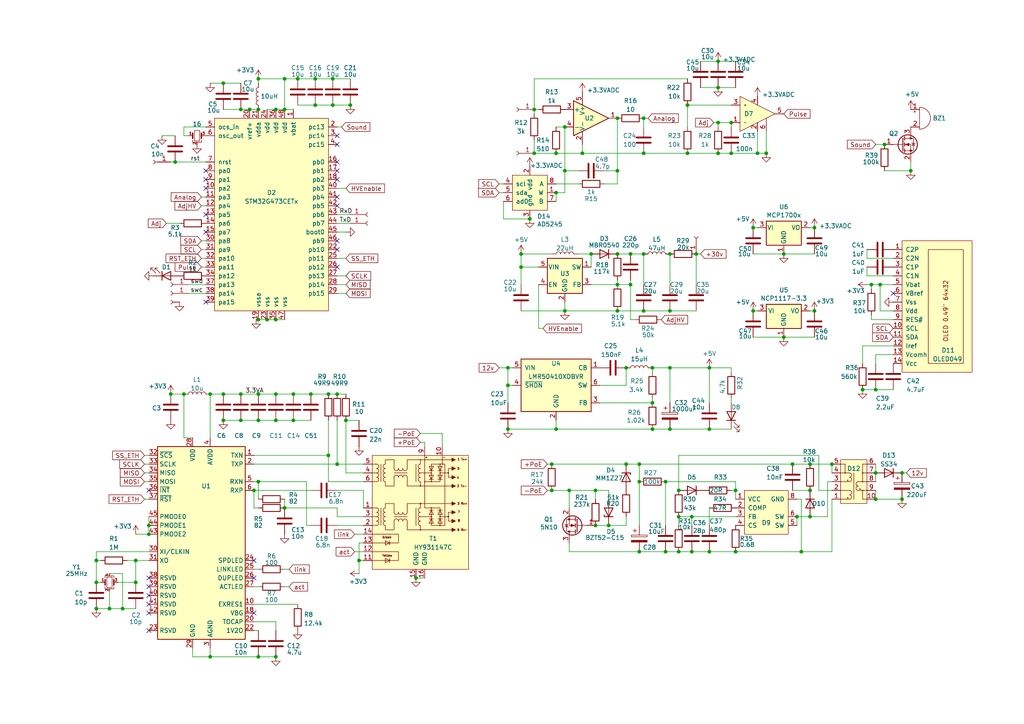
<source format=kicad_sch>
(kicad_sch (version 20250114) (generator "eeschema") (generator_version "9.0")
  (paper "A4")
  (junction (at 208.28 44.45))
  (junction (at 60.96 190.5))
  (junction (at 60.96 114.3))
  (junction (at 179.07 82.55))
  (junction (at 172.72 142.24))
  (junction (at 193.04 160.02))
  (junction (at 72.39 31.75))
  (junction (at 261.62 137.16))
  (junction (at 151.13 77.47))
  (junction (at 43.18 154.94))
  (junction (at 218.44 90.17))
  (junction (at 213.36 142.24))
  (junction (at 205.74 124.46))
  (junction (at 96.52 30.48))
  (junction (at 91.44 30.48))
  (junction (at 95.25 114.3))
  (junction (at 185.42 160.02))
  (junction (at 163.83 49.53))
  (junction (at 254 144.78))
  (junction (at 222.25 44.45))
  (junction (at 100.33 121.92))
  (junction (at 179.07 90.17))
  (junction (at 205.74 160.02))
  (junction (at 74.93 190.5))
  (junction (at 160.02 142.24))
  (junction (at 74.93 121.92))
  (junction (at 96.52 22.86))
  (junction (at 236.22 66.04))
  (junction (at 199.39 44.45))
  (junction (at 185.42 139.7))
  (junction (at 234.95 142.24))
  (junction (at 80.01 114.3))
  (junction (at 161.29 55.88))
  (junction (at 161.29 124.46))
  (junction (at 69.85 31.75))
  (junction (at 196.85 142.24))
  (junction (at 160.02 134.62))
  (junction (at 74.93 31.75))
  (junction (at 229.87 134.62))
  (junction (at 171.45 73.66))
  (junction (at 147.32 111.76))
  (junction (at 85.09 114.3))
  (junction (at 147.32 106.68))
  (junction (at 80.01 31.75))
  (junction (at 193.04 139.7))
  (junction (at 154.94 44.45))
  (junction (at 53.34 114.3))
  (junction (at 35.56 176.53))
  (junction (at 82.55 147.32))
  (junction (at 97.79 134.62))
  (junction (at 165.1 142.24))
  (junction (at 80.01 92.71))
  (junction (at 232.41 160.02))
  (junction (at 179.07 73.66))
  (junction (at 194.31 90.17))
  (junction (at 69.85 114.3))
  (junction (at 196.85 149.86))
  (junction (at 64.77 121.92))
  (junction (at 254 137.16))
  (junction (at 69.85 121.92))
  (junction (at 31.75 176.53))
  (junction (at 194.31 124.46))
  (junction (at 182.88 73.66))
  (junction (at 199.39 30.48))
  (junction (at 186.69 73.66))
  (junction (at 77.47 92.71))
  (junction (at 186.69 90.17))
  (junction (at 74.93 139.7))
  (junction (at 154.94 31.75))
  (junction (at 74.93 114.3))
  (junction (at 49.53 114.3))
  (junction (at 227.33 97.79))
  (junction (at 236.22 90.17))
  (junction (at 196.85 160.02))
  (junction (at 64.77 24.13))
  (junction (at 241.3 134.62))
  (junction (at 185.42 134.62))
  (junction (at 80.01 121.92))
  (junction (at 176.53 152.4))
  (junction (at 227.33 73.66))
  (junction (at 208.28 25.4))
  (junction (at 212.09 44.45))
  (junction (at 80.01 190.5))
  (junction (at 189.23 106.68))
  (junction (at 250.19 113.03))
  (junction (at 252.73 82.55))
  (junction (at 120.65 167.64))
  (junction (at 74.93 92.71))
  (junction (at 90.17 114.3))
  (junction (at 163.83 90.17))
  (junction (at 186.69 44.45))
  (junction (at 234.95 134.62))
  (junction (at 234.95 149.86))
  (junction (at 218.44 66.04))
  (junction (at 168.91 44.45))
  (junction (at 181.61 106.68))
  (junction (at 43.18 152.4))
  (junction (at 189.23 124.46))
  (junction (at 151.13 73.66))
  (junction (at 194.31 106.68))
  (junction (at 73.66 142.24))
  (junction (at 74.93 22.86))
  (junction (at 101.6 30.48))
  (junction (at 208.28 35.56))
  (junction (at 50.8 46.99))
  (junction (at 27.94 162.56))
  (junction (at 82.55 22.86))
  (junction (at 256.54 41.91))
  (junction (at 86.36 22.86))
  (junction (at 85.09 121.92))
  (junction (at 153.67 63.5))
  (junction (at 205.74 106.68))
  (junction (at 161.29 44.45))
  (junction (at 104.14 162.56))
  (junction (at 231.14 149.86))
  (junction (at 95.25 132.08))
  (junction (at 163.83 36.83))
  (junction (at 200.66 160.02))
  (junction (at 181.61 134.62))
  (junction (at 219.71 44.45))
  (junction (at 212.09 35.56))
  (junction (at 91.44 22.86))
  (junction (at 194.31 73.66))
  (junction (at 255.27 82.55))
  (junction (at 261.62 144.78))
  (junction (at 182.88 82.55))
  (junction (at 82.55 31.75))
  (junction (at 186.69 34.29))
  (junction (at 200.66 149.86))
  (junction (at 179.07 34.29))
  (junction (at 201.93 73.66))
  (junction (at 27.94 176.53))
  (junction (at 39.37 162.56))
  (junction (at 213.36 160.02))
  (junction (at 179.07 49.53))
  (junction (at 264.16 49.53))
  (junction (at 27.94 168.91))
  (junction (at 172.72 152.4))
  (junction (at 189.23 116.84))
  (junction (at 97.79 114.3))
  (junction (at 254 113.03))
  (junction (at 147.32 124.46))
  (junction (at 208.28 17.78))
  (junction (at 64.77 114.3))
  (junction (at 39.37 168.91))
  (no_connect (at 97.79 59.69))
  (no_connect (at 59.69 87.63))
  (no_connect (at 59.69 54.61))
  (no_connect (at 43.18 172.72))
  (no_connect (at 73.66 177.8))
  (no_connect (at 97.79 46.99))
  (no_connect (at 73.66 162.56))
  (no_connect (at 43.18 142.24))
  (no_connect (at 97.79 69.85))
  (no_connect (at 43.18 182.88))
  (no_connect (at 259.08 85.09))
  (no_connect (at 73.66 167.64))
  (no_connect (at 59.69 62.23))
  (no_connect (at 97.79 41.91))
  (no_connect (at 43.18 177.8))
  (no_connect (at 59.69 49.53))
  (no_connect (at 97.79 57.15))
  (no_connect (at 59.69 67.31))
  (no_connect (at 43.18 175.26))
  (no_connect (at 97.79 72.39))
  (no_connect (at 43.18 167.64))
  (no_connect (at 43.18 170.18))
  (no_connect (at 59.69 52.07))
  (no_connect (at 97.79 52.07))
  (no_connect (at 97.79 49.53))
  (no_connect (at 97.79 39.37))
  (no_connect (at 97.79 77.47))
  (wire (pts (xy 95.25 114.3) (xy 97.79 114.3)))
  (wire (pts (xy 73.66 180.34) (xy 80.01 180.34)))
  (wire (pts (xy 73.66 132.08) (xy 95.25 132.08)))
  (wire (pts (xy 97.79 152.4) (xy 105.41 152.4)))
  (wire (pts (xy 97.79 80.01) (xy 100.33 80.01)))
  (wire (pts (xy 60.96 24.13) (xy 64.77 24.13)))
  (wire (pts (xy 196.85 160.02) (xy 200.66 160.02)))
  (wire (pts (xy 252.73 82.55) (xy 252.73 83.82)))
  (wire (pts (xy 222.25 44.45) (xy 219.71 44.45)))
  (wire (pts (xy 147.32 124.46) (xy 161.29 124.46)))
  (wire (pts (xy 64.77 114.3) (xy 69.85 114.3)))
  (wire (pts (xy 147.32 111.76) (xy 148.59 111.76)))
  (wire (pts (xy 264.16 49.53) (xy 264.16 46.99)))
  (wire (pts (xy 82.55 31.75) (xy 85.09 31.75)))
  (wire (pts (xy 241.3 144.78) (xy 241.3 160.02)))
  (wire (pts (xy 31.75 176.53) (xy 35.56 176.53)))
  (wire (pts (xy 97.79 67.31) (xy 100.33 67.31)))
  (wire (pts (xy 69.85 114.3) (xy 74.93 114.3)))
  (wire (pts (xy 213.36 160.02) (xy 232.41 160.02)))
  (wire (pts (xy 194.31 106.68) (xy 205.74 106.68)))
  (wire (pts (xy 105.41 139.7) (xy 95.25 139.7)))
  (wire (pts (xy 60.96 187.96) (xy 60.96 190.5)))
  (wire (pts (xy 179.07 82.55) (xy 171.45 82.55)))
  (wire (pts (xy 212.09 142.24) (xy 213.36 142.24)))
  (wire (pts (xy 179.07 73.66) (xy 182.88 73.66)))
  (wire (pts (xy 100.33 121.92) (xy 104.14 121.92)))
  (wire (pts (xy 46.99 39.37) (xy 50.8 39.37)))
  (wire (pts (xy 254 102.87) (xy 254 105.41)))
  (wire (pts (xy 73.66 175.26) (xy 86.36 175.26)))
  (wire (pts (xy 205.74 124.46) (xy 212.09 124.46)))
  (wire (pts (xy 73.66 134.62) (xy 97.79 134.62)))
  (wire (pts (xy 123.19 129.54) (xy 123.19 128.27)))
  (wire (pts (xy 96.52 30.48) (xy 101.6 30.48)))
  (wire (pts (xy 58.42 59.69) (xy 59.69 59.69)))
  (wire (pts (xy 163.83 87.63) (xy 163.83 90.17)))
  (wire (pts (xy 86.36 30.48) (xy 91.44 30.48)))
  (wire (pts (xy 41.91 144.78) (xy 43.18 144.78)))
  (wire (pts (xy 205.74 147.32) (xy 205.74 152.4)))
  (wire (pts (xy 171.45 73.66) (xy 167.64 73.66)))
  (wire (pts (xy 255.27 90.17) (xy 259.08 90.17)))
  (wire (pts (xy 73.66 182.88) (xy 74.93 182.88)))
  (wire (pts (xy 163.83 49.53) (xy 167.64 49.53)))
  (wire (pts (xy 80.01 190.5) (xy 74.93 190.5)))
  (wire (pts (xy 97.79 54.61) (xy 100.33 54.61)))
  (wire (pts (xy 172.72 144.78) (xy 172.72 142.24)))
  (wire (pts (xy 156.21 95.25) (xy 157.48 95.25)))
  (wire (pts (xy 181.61 111.76) (xy 181.61 106.68)))
  (wire (pts (xy 27.94 160.02) (xy 43.18 160.02)))
  (wire (pts (xy 186.69 44.45) (xy 199.39 44.45)))
  (wire (pts (xy 218.44 73.66) (xy 227.33 73.66)))
  (wire (pts (xy 64.77 31.75) (xy 69.85 31.75)))
  (wire (pts (xy 158.75 134.62) (xy 160.02 134.62)))
  (wire (pts (xy 250.19 100.33) (xy 250.19 105.41)))
  (wire (pts (xy 229.87 142.24) (xy 234.95 142.24)))
  (wire (pts (xy 163.83 55.88) (xy 161.29 55.88)))
  (wire (pts (xy 199.39 44.45) (xy 208.28 44.45)))
  (wire (pts (xy 49.53 46.99) (xy 50.8 46.99)))
  (wire (pts (xy 41.91 134.62) (xy 43.18 134.62)))
  (wire (pts (xy 31.75 166.37) (xy 35.56 166.37)))
  (wire (pts (xy 82.55 22.86) (xy 86.36 22.86)))
  (wire (pts (xy 55.88 190.5) (xy 55.88 187.96)))
  (wire (pts (xy 59.69 36.83) (xy 53.34 36.83)))
  (wire (pts (xy 208.28 17.78) (xy 213.36 17.78)))
  (wire (pts (xy 240.03 139.7) (xy 240.03 149.86)))
  (wire (pts (xy 208.28 35.56) (xy 212.09 35.56)))
  (wire (pts (xy 218.44 97.79) (xy 227.33 97.79)))
  (wire (pts (xy 77.47 31.75) (xy 80.01 31.75)))
  (wire (pts (xy 252.73 82.55) (xy 255.27 82.55)))
  (wire (pts (xy 85.09 121.92) (xy 90.17 121.92)))
  (wire (pts (xy 82.55 144.78) (xy 82.55 147.32)))
  (wire (pts (xy 74.93 139.7) (xy 88.9 139.7)))
  (wire (pts (xy 27.94 160.02) (xy 27.94 162.56)))
  (wire (pts (xy 261.62 137.16) (xy 262.89 137.16)))
  (wire (pts (xy 254 142.24) (xy 254 144.78)))
  (wire (pts (xy 151.13 90.17) (xy 163.83 90.17)))
  (wire (pts (xy 27.94 162.56) (xy 27.94 168.91)))
  (wire (pts (xy 120.65 167.64) (xy 123.19 167.64)))
  (wire (pts (xy 73.66 139.7) (xy 74.93 139.7)))
  (wire (pts (xy 251.46 74.93) (xy 251.46 72.39)))
  (wire (pts (xy 185.42 134.62) (xy 229.87 134.62)))
  (wire (pts (xy 151.13 77.47) (xy 156.21 77.47)))
  (wire (pts (xy 58.42 69.85) (xy 59.69 69.85)))
  (wire (pts (xy 161.29 121.92) (xy 161.29 124.46)))
  (wire (pts (xy 82.55 22.86) (xy 82.55 31.75)))
  (wire (pts (xy 182.88 73.66) (xy 186.69 73.66)))
  (wire (pts (xy 104.14 162.56) (xy 105.41 162.56)))
  (wire (pts (xy 254 41.91) (xy 256.54 41.91)))
  (wire (pts (xy 90.17 114.3) (xy 95.25 114.3)))
  (wire (pts (xy 97.79 121.92) (xy 97.79 134.62)))
  (wire (pts (xy 97.79 149.86) (xy 97.79 147.32)))
  (wire (pts (xy 58.42 74.93) (xy 59.69 74.93)))
  (wire (pts (xy 194.31 90.17) (xy 201.93 90.17)))
  (wire (pts (xy 72.39 31.75) (xy 74.93 31.75)))
  (wire (pts (xy 31.75 171.45) (xy 31.75 176.53)))
  (wire (pts (xy 80.01 121.92) (xy 85.09 121.92)))
  (wire (pts (xy 49.53 114.3) (xy 53.34 114.3)))
  (wire (pts (xy 254 113.03) (xy 259.08 113.03)))
  (wire (pts (xy 147.32 106.68) (xy 148.59 106.68)))
  (wire (pts (xy 74.93 114.3) (xy 80.01 114.3)))
  (wire (pts (xy 222.25 38.1) (xy 222.25 44.45)))
  (wire (pts (xy 163.83 36.83) (xy 163.83 49.53)))
  (wire (pts (xy 160.02 134.62) (xy 181.61 134.62)))
  (wire (pts (xy 39.37 162.56) (xy 39.37 168.91)))
  (wire (pts (xy 219.71 38.1) (xy 219.71 44.45)))
  (wire (pts (xy 64.77 121.92) (xy 69.85 121.92)))
  (wire (pts (xy 154.94 44.45) (xy 161.29 44.45)))
  (wire (pts (xy 97.79 114.3) (xy 100.33 114.3)))
  (wire (pts (xy 128.27 125.73) (xy 128.27 129.54)))
  (wire (pts (xy 199.39 30.48) (xy 212.09 30.48)))
  (wire (pts (xy 189.23 116.84) (xy 189.23 115.57)))
  (wire (pts (xy 121.92 125.73) (xy 128.27 125.73)))
  (wire (pts (xy 196.85 152.4) (xy 196.85 149.86)))
  (wire (pts (xy 179.07 49.53) (xy 179.07 34.29)))
  (wire (pts (xy 218.44 90.17) (xy 219.71 90.17)))
  (wire (pts (xy 232.41 160.02) (xy 241.3 160.02)))
  (wire (pts (xy 146.05 63.5) (xy 153.67 63.5)))
  (wire (pts (xy 73.66 170.18) (xy 74.93 170.18)))
  (wire (pts (xy 80.01 31.75) (xy 82.55 31.75)))
  (wire (pts (xy 100.33 137.16) (xy 105.41 137.16)))
  (wire (pts (xy 74.93 92.71) (xy 77.47 92.71)))
  (wire (pts (xy 35.56 166.37) (xy 35.56 176.53)))
  (wire (pts (xy 173.99 111.76) (xy 181.61 111.76)))
  (wire (pts (xy 151.13 77.47) (xy 151.13 73.66)))
  (wire (pts (xy 168.91 44.45) (xy 186.69 44.45)))
  (wire (pts (xy 193.04 160.02) (xy 196.85 160.02)))
  (wire (pts (xy 97.79 134.62) (xy 105.41 134.62)))
  (wire (pts (xy 196.85 149.86) (xy 200.66 149.86)))
  (wire (pts (xy 74.295 92.71) (xy 74.93 92.71)))
  (wire (pts (xy 250.19 113.03) (xy 254 113.03)))
  (wire (pts (xy 205.74 106.68) (xy 212.09 106.68)))
  (wire (pts (xy 39.37 154.94) (xy 43.18 154.94)))
  (wire (pts (xy 151.13 73.66) (xy 160.02 73.66)))
  (wire (pts (xy 154.94 31.75) (xy 154.94 33.02)))
  (wire (pts (xy 41.91 139.7) (xy 43.18 139.7)))
  (wire (pts (xy 256.54 49.53) (xy 264.16 49.53)))
  (wire (pts (xy 97.79 36.83) (xy 99.06 36.83)))
  (wire (pts (xy 82.55 147.32) (xy 97.79 147.32)))
  (wire (pts (xy 97.79 142.24) (xy 105.41 142.24)))
  (wire (pts (xy 259.08 100.33) (xy 250.19 100.33)))
  (wire (pts (xy 161.29 44.45) (xy 168.91 44.45)))
  (wire (pts (xy 73.66 165.1) (xy 74.93 165.1)))
  (wire (pts (xy 91.44 22.86) (xy 96.52 22.86)))
  (wire (pts (xy 203.2 25.4) (xy 208.28 25.4)))
  (wire (pts (xy 251.46 82.55) (xy 252.73 82.55)))
  (wire (pts (xy 77.47 92.71) (xy 80.01 92.71)))
  (wire (pts (xy 64.77 24.13) (xy 69.85 24.13)))
  (wire (pts (xy 73.66 142.24) (xy 90.17 142.24)))
  (wire (pts (xy 104.14 166.37) (xy 104.14 162.56)))
  (wire (pts (xy 161.29 55.88) (xy 161.29 58.42)))
  (wire (pts (xy 208.28 25.4) (xy 213.36 25.4)))
  (wire (pts (xy 74.93 121.92) (xy 80.01 121.92)))
  (wire (pts (xy 144.78 106.68) (xy 147.32 106.68)))
  (wire (pts (xy 73.66 147.32) (xy 73.66 142.24)))
  (wire (pts (xy 53.34 36.83) (xy 53.34 39.37)))
  (wire (pts (xy 241.3 134.62) (xy 241.3 137.16)))
  (wire (pts (xy 186.69 90.17) (xy 194.31 90.17)))
  (wire (pts (xy 100.33 121.92) (xy 100.33 137.16)))
  (wire (pts (xy 53.34 114.3) (xy 53.34 127)))
  (wire (pts (xy 88.9 152.4) (xy 90.17 152.4)))
  (wire (pts (xy 212.09 115.57) (xy 212.09 116.84)))
  (wire (pts (xy 186.69 34.29) (xy 186.69 36.83)))
  (wire (pts (xy 205.74 160.02) (xy 213.36 160.02)))
  (wire (pts (xy 227.33 97.79) (xy 236.22 97.79)))
  (wire (pts (xy 53.34 39.37) (xy 54.61 39.37)))
  (wire (pts (xy 212.09 35.56) (xy 212.09 36.83)))
  (wire (pts (xy 200.66 152.4) (xy 200.66 149.86)))
  (wire (pts (xy 50.8 46.99) (xy 59.69 46.99)))
  (wire (pts (xy 179.07 81.28) (xy 179.07 82.55)))
  (wire (pts (xy 74.93 190.5) (xy 60.96 190.5)))
  (wire (pts (xy 232.41 144.78) (xy 232.41 160.02)))
  (wire (pts (xy 105.41 142.24) (xy 105.41 147.32)))
  (wire (pts (xy 74.93 22.86) (xy 82.55 22.86)))
  (wire (pts (xy 165.1 160.02) (xy 185.42 160.02)))
  (wire (pts (xy 34.29 168.91) (xy 39.37 168.91)))
  (wire (pts (xy 154.94 22.86) (xy 199.39 22.86)))
  (wire (pts (xy 182.88 92.71) (xy 182.88 82.55)))
  (wire (pts (xy 231.14 144.78) (xy 232.41 144.78)))
  (wire (pts (xy 255.27 82.55) (xy 255.27 90.17)))
  (wire (pts (xy 58.42 57.15) (xy 59.69 57.15)))
  (wire (pts (xy 74.93 24.13) (xy 74.93 22.86)))
  (wire (pts (xy 213.36 139.7) (xy 213.36 142.24)))
  (wire (pts (xy 189.23 106.68) (xy 194.31 106.68)))
  (wire (pts (xy 41.91 132.08) (xy 43.18 132.08)))
  (wire (pts (xy 176.53 142.24) (xy 172.72 142.24)))
  (wire (pts (xy 95.25 139.7) (xy 95.25 132.08)))
  (wire (pts (xy 97.79 74.93) (xy 100.33 74.93)))
  (wire (pts (xy 175.26 49.53) (xy 179.07 49.53)))
  (wire (pts (xy 229.87 134.62) (xy 234.95 134.62)))
  (wire (pts (xy 252.73 91.44) (xy 252.73 92.71)))
  (wire (pts (xy 196.85 132.08) (xy 237.49 132.08)))
  (wire (pts (xy 82.55 170.18) (xy 83.82 170.18)))
  (wire (pts (xy 252.73 92.71) (xy 259.08 92.71)))
  (wire (pts (xy 60.96 190.5) (xy 55.88 190.5)))
  (wire (pts (xy 80.01 92.71) (xy 82.55 92.71)))
  (wire (pts (xy 97.79 62.23) (xy 101.6 62.23)))
  (wire (pts (xy 184.15 92.71) (xy 182.88 92.71)))
  (wire (pts (xy 213.36 142.24) (xy 213.36 144.78)))
  (wire (pts (xy 208.28 44.45) (xy 212.09 44.45)))
  (wire (pts (xy 237.49 142.24) (xy 241.3 142.24)))
  (wire (pts (xy 201.93 73.66) (xy 203.2 73.66)))
  (wire (pts (xy 97.79 64.77) (xy 101.6 64.77)))
  (wire (pts (xy 201.93 82.55) (xy 201.93 73.66)))
  (wire (pts (xy 168.91 41.91) (xy 168.91 44.45)))
  (wire (pts (xy 194.31 124.46) (xy 189.23 124.46)))
  (wire (pts (xy 212.09 107.95) (xy 212.09 106.68)))
  (wire (pts (xy 165.1 147.32) (xy 165.1 142.24)))
  (wire (pts (xy 176.53 144.78) (xy 176.53 142.24)))
  (wire (pts (xy 186.69 73.66) (xy 186.69 82.55)))
  (wire (pts (xy 96.52 22.86) (xy 101.6 22.86)))
  (wire (pts (xy 95.25 121.92) (xy 95.25 132.08)))
  (wire (pts (xy 193.04 139.7) (xy 213.36 139.7)))
  (wire (pts (xy 158.75 142.24) (xy 160.02 142.24)))
  (wire (pts (xy 234.95 149.86) (xy 240.03 149.86)))
  (wire (pts (xy 234.95 134.62) (xy 241.3 134.62)))
  (wire (pts (xy 146.05 58.42) (xy 146.05 63.5)))
  (wire (pts (xy 179.07 90.17) (xy 186.69 90.17)))
  (wire (pts (xy 147.32 116.84) (xy 147.32 111.76)))
  (wire (pts (xy 196.85 132.08) (xy 196.85 142.24)))
  (wire (pts (xy 237.49 132.08) (xy 237.49 142.24)))
  (wire (pts (xy 171.45 77.47) (xy 171.45 73.66)))
  (wire (pts (xy 194.31 106.68) (xy 194.31 116.84)))
  (wire (pts (xy 165.1 142.24) (xy 160.02 142.24)))
  (wire (pts (xy 193.04 139.7) (xy 193.04 152.4)))
  (wire (pts (xy 43.18 149.86) (xy 43.18 152.4)))
  (wire (pts (xy 231.14 149.86) (xy 234.95 149.86)))
  (wire (pts (xy 161.29 124.46) (xy 189.23 124.46)))
  (wire (pts (xy 144.78 53.34) (xy 146.05 53.34)))
  (wire (pts (xy 104.14 157.48) (xy 104.14 162.56)))
  (wire (pts (xy 85.09 114.3) (xy 90.17 114.3)))
  (wire (pts (xy 199.39 36.83) (xy 199.39 30.48)))
  (wire (pts (xy 54.61 85.09) (xy 59.69 85.09)))
  (wire (pts (xy 218.44 66.04) (xy 219.71 66.04)))
  (wire (pts (xy 123.19 128.27) (xy 121.92 128.27)))
  (wire (pts (xy 173.99 116.84) (xy 189.23 116.84)))
  (wire (pts (xy 186.69 34.29) (xy 187.96 34.29)))
  (wire (pts (xy 60.96 114.3) (xy 64.77 114.3)))
  (wire (pts (xy 207.01 35.56) (xy 208.28 35.56)))
  (wire (pts (xy 58.42 77.47) (xy 59.69 77.47)))
  (wire (pts (xy 259.08 102.87) (xy 254 102.87)))
  (wire (pts (xy 105.41 157.48) (xy 104.14 157.48)))
  (wire (pts (xy 151.13 77.47) (xy 151.13 82.55)))
  (wire (pts (xy 48.26 64.77) (xy 52.07 64.77)))
  (wire (pts (xy 27.94 168.91) (xy 29.21 168.91)))
  (wire (pts (xy 161.29 53.34) (xy 167.64 53.34)))
  (wire (pts (xy 200.66 160.02) (xy 205.74 160.02)))
  (wire (pts (xy 102.87 154.94) (xy 105.41 154.94)))
  (wire (pts (xy 205.74 106.68) (xy 205.74 116.84)))
  (wire (pts (xy 259.08 82.55) (xy 255.27 82.55)))
  (wire (pts (xy 27.94 162.56) (xy 29.21 162.56)))
  (wire (pts (xy 254 134.62) (xy 254 137.16)))
  (wire (pts (xy 74.93 147.32) (xy 73.66 147.32)))
  (wire (pts (xy 227.33 73.66) (xy 236.22 73.66)))
  (wire (pts (xy 27.94 176.53) (xy 31.75 176.53)))
  (wire (pts (xy 185.42 139.7) (xy 185.42 134.62)))
  (wire (pts (xy 163.83 90.17) (xy 179.07 90.17)))
  (wire (pts (xy 80.01 114.3) (xy 85.09 114.3)))
  (wire (pts (xy 39.37 162.56) (xy 43.18 162.56)))
  (wire (pts (xy 154.94 40.64) (xy 154.94 44.45)))
  (wire (pts (xy 165.1 157.48) (xy 165.1 160.02)))
  (wire (pts (xy 69.85 121.92) (xy 74.93 121.92)))
  (wire (pts (xy 144.78 55.88) (xy 146.05 55.88)))
  (wire (pts (xy 54.61 82.55) (xy 59.69 82.55)))
  (wire (pts (xy 58.42 72.39) (xy 59.69 72.39)))
  (wire (pts (xy 203.2 17.78) (xy 208.28 17.78)))
  (wire (pts (xy 172.72 142.24) (xy 165.1 142.24)))
  (wire (pts (xy 80.01 180.34) (xy 80.01 182.88)))
  (wire (pts (xy 60.96 114.3) (xy 60.96 127)))
  (wire (pts (xy 254 137.16) (xy 254 139.7)))
  (wire (pts (xy 163.83 49.53) (xy 163.83 55.88)))
  (wire (pts (xy 154.94 22.86) (xy 154.94 31.75)))
  (wire (pts (xy 194.31 124.46) (xy 205.74 124.46)))
  (wire (pts (xy 86.36 22.86) (xy 91.44 22.86)))
  (wire (pts (xy 172.72 152.4) (xy 176.53 152.4)))
  (wire (pts (xy 185.42 152.4) (xy 185.42 139.7)))
  (wire (pts (xy 251.46 80.01) (xy 251.46 77.47)))
  (wire (pts (xy 156.21 82.55) (xy 156.21 95.25)))
  (wire (pts (xy 82.55 165.1) (xy 83.82 165.1)))
  (wire (pts (xy 36.83 162.56) (xy 39.37 162.56)))
  (wire (pts (xy 154.94 31.75) (xy 156.21 31.75)))
  (wire (pts (xy 254 144.78) (xy 261.62 144.78)))
  (wire (pts (xy 231.14 149.86) (xy 231.14 152.4)))
  (wire (pts (xy 97.79 85.09) (xy 100.33 85.09)))
  (wire (pts (xy 179.07 53.34) (xy 179.07 49.53)))
  (wire (pts (xy 259.08 74.93) (xy 251.46 74.93)))
  (wire (pts (xy 182.88 81.28) (xy 182.88 82.55)))
  (wire (pts (xy 185.42 160.02) (xy 193.04 160.02)))
  (wire (pts (xy 200.66 149.86) (xy 213.36 149.86)))
  (wire (pts (xy 234.95 66.04) (xy 236.22 66.04)))
  (wire (pts (xy 69.85 31.75) (xy 72.39 31.75)))
  (wire (pts (xy 74.93 139.7) (xy 74.93 144.78)))
  (wire (pts (xy 240.03 139.7) (xy 241.3 139.7)))
  (wire (pts (xy 194.31 73.66) (xy 194.31 82.55)))
  (wire (pts (xy 55.88 127) (xy 53.34 127)))
  (wire (pts (xy 259.08 80.01) (xy 251.46 80.01)))
  (wire (pts (xy 147.32 111.76) (xy 147.32 106.68)))
  (wire (pts (xy 97.79 82.55) (xy 100.33 82.55)))
  (wire (pts (xy 181.61 134.62) (xy 185.42 134.62)))
  (wire (pts (xy 234.95 90.17) (xy 236.22 90.17)))
  (wire (pts (xy 175.26 53.34) (xy 179.07 53.34)))
  (wire (pts (xy 105.41 149.86) (xy 97.79 149.86)))
  (wire (pts (xy 181.61 149.86) (xy 181.61 152.4)))
  (wire (pts (xy 88.9 152.4) (xy 88.9 139.7)))
  (wire (pts (xy 102.87 160.02) (xy 105.41 160.02)))
  (wire (pts (xy 208.28 35.56) (xy 208.28 36.83)))
  (wire (pts (xy 161.29 36.83) (xy 163.83 36.83)))
  (wire (pts (xy 91.44 30.48) (xy 96.52 30.48)))
  (wire (pts (xy 35.56 176.53) (xy 39.37 176.53)))
  (wire (pts (xy 212.09 44.45) (xy 219.71 44.45)))
  (wire (pts (xy 189.23 106.68) (xy 189.23 107.95)))
  (wire (pts (xy 43.18 152.4) (xy 43.18 154.94)))
  (wire (pts (xy 181.61 152.4) (xy 176.53 152.4)))
  (wire (pts (xy 41.91 137.16) (xy 43.18 137.16)))
  (wire (pts (xy 182.88 82.55) (xy 179.07 82.55)))
  (label "RxD" (at 98.425 62.23 0))
  (label "3.3VA" (at 71.12 114.3 0))
  (label "TxD" (at 98.425 64.77 0))
  (label "rst" (at 55.245 46.99 0))
  (label "swc" (at 55.245 85.09 0))
  (label "swd" (at 55.245 82.55 0))
  (global_label "Adj" (shape input) (at 207.01 35.56 180) (property "Intersheetrefs" "${INTERSHEET_REFS}" (effects (hide yes))))
  (global_label "SDA" (shape input) (at 144.78 55.88 180) (property "Intersheetrefs" "${INTERSHEET_REFS}" (effects (hide yes))))
  (global_label "Adj" (shape input) (at 48.26 64.77 180) (property "Intersheetrefs" "${INTERSHEET_REFS}" (effects (hide yes))))
  (global_label "RST_ETH" (shape input) (at 58.42 74.93 180) (property "Intersheetrefs" "${INTERSHEET_REFS}" (effects (hide yes))))
  (global_label "Sound" (shape input) (at 254 41.91 180) (property "Intersheetrefs" "${INTERSHEET_REFS}" (effects (hide yes))))
  (global_label "MOSI" (shape input) (at 100.33 85.09 0) (property "Intersheetrefs" "${INTERSHEET_REFS}" (effects (hide yes))))
  (global_label "HVEnable" (shape input) (at 157.48 95.25 0) (property "Intersheetrefs" "${INTERSHEET_REFS}" (effects (hide yes))))
  (global_label "RST_ETH" (shape input) (at 41.91 144.78 180) (property "Intersheetrefs" "${INTERSHEET_REFS}" (effects (hide yes))))
  (global_label "SS_ETH" (shape input) (at 41.91 132.08 180) (property "Intersheetrefs" "${INTERSHEET_REFS}" (effects (hide yes))))
  (global_label "act" (shape input) (at 102.87 160.02 180) (property "Intersheetrefs" "${INTERSHEET_REFS}" (effects (hide yes))))
  (global_label "SCL" (shape input) (at 144.78 53.34 180) (property "Intersheetrefs" "${INTERSHEET_REFS}" (effects (hide yes))))
  (global_label "-PoE" (shape input) (at 158.75 142.24 180) (property "Intersheetrefs" "${INTERSHEET_REFS}" (effects (hide yes))))
  (global_label "MISO" (shape input) (at 41.91 137.16 180) (property "Intersheetrefs" "${INTERSHEET_REFS}" (effects (hide yes))))
  (global_label "SCL" (shape input) (at 259.08 95.25 180) (property "Intersheetrefs" "${INTERSHEET_REFS}" (effects (hide yes))))
  (global_label "SS_ETH" (shape input) (at 100.33 74.93 0) (property "Intersheetrefs" "${INTERSHEET_REFS}" (effects (hide yes))))
  (global_label "Pulse" (shape input) (at 58.42 77.47 180) (property "Intersheetrefs" "${INTERSHEET_REFS}" (effects (hide yes))))
  (global_label "AdjHV" (shape input) (at 58.42 59.69 180) (property "Intersheetrefs" "${INTERSHEET_REFS}" (effects (hide yes))))
  (global_label "MOSI" (shape input) (at 41.91 139.7 180) (property "Intersheetrefs" "${INTERSHEET_REFS}" (effects (hide yes))))
  (global_label "act" (shape input) (at 83.82 170.18 0) (property "Intersheetrefs" "${INTERSHEET_REFS}" (effects (hide yes))))
  (global_label "SDA" (shape input) (at 259.08 97.79 180) (property "Intersheetrefs" "${INTERSHEET_REFS}" (effects (hide yes))))
  (global_label "Analog" (shape input) (at 58.42 57.15 180) (property "Intersheetrefs" "${INTERSHEET_REFS}" (effects (hide yes))))
  (global_label "12v" (shape input) (at 262.89 137.16 0) (property "Intersheetrefs" "${INTERSHEET_REFS}" (effects (hide yes))))
  (global_label "-PoE" (shape input) (at 121.92 125.73 180) (property "Intersheetrefs" "${INTERSHEET_REFS}" (effects (hide yes))))
  (global_label "link" (shape input) (at 83.82 165.1 0) (property "Intersheetrefs" "${INTERSHEET_REFS}" (effects (hide yes))))
  (global_label "SDA" (shape input) (at 58.42 69.85 180) (property "Intersheetrefs" "${INTERSHEET_REFS}" (effects (hide yes))))
  (global_label "+PoE" (shape input) (at 121.92 128.27 180) (property "Intersheetrefs" "${INTERSHEET_REFS}" (effects (hide yes))))
  (global_label "12v" (shape input) (at 144.78 106.68 180) (property "Intersheetrefs" "${INTERSHEET_REFS}" (effects (hide yes))))
  (global_label "link" (shape input) (at 102.87 154.94 180) (property "Intersheetrefs" "${INTERSHEET_REFS}" (effects (hide yes))))
  (global_label "+30v" (shape input) (at 203.2 73.66 0) (property "Intersheetrefs" "${INTERSHEET_REFS}" (effects (hide yes))))
  (global_label "SCLK" (shape input) (at 41.91 134.62 180) (property "Intersheetrefs" "${INTERSHEET_REFS}" (effects (hide yes))))
  (global_label "MISO" (shape input) (at 100.33 82.55 0) (property "Intersheetrefs" "${INTERSHEET_REFS}" (effects (hide yes))))
  (global_label "Analog" (shape input) (at 187.96 34.29 0) (property "Intersheetrefs" "${INTERSHEET_REFS}" (effects (hide yes))))
  (global_label "AdjHV" (shape input) (at 191.77 92.71 0) (property "Intersheetrefs" "${INTERSHEET_REFS}" (effects (hide yes))))
  (global_label "Pulse" (shape input) (at 227.33 33.02 0) (property "Intersheetrefs" "${INTERSHEET_REFS}" (effects (hide yes))))
  (global_label "HVEnable" (shape input) (at 100.33 54.61 0) (property "Intersheetrefs" "${INTERSHEET_REFS}" (effects (hide yes))))
  (global_label "+PoE" (shape input) (at 158.75 134.62 180) (property "Intersheetrefs" "${INTERSHEET_REFS}" (effects (hide yes))))
  (global_label "Sound" (shape input) (at 99.06 36.83 0) (property "Intersheetrefs" "${INTERSHEET_REFS}" (effects (hide yes))))
  (global_label "SCL" (shape input) (at 58.42 72.39 180) (property "Intersheetrefs" "${INTERSHEET_REFS}" (effects (hide yes))))
  (global_label "SCLK" (shape input) (at 100.33 80.01 0) (property "Intersheetrefs" "${INTERSHEET_REFS}" (effects (hide yes))))
  (symbol (lib_id "Device:Q_NMOS_GSD") (at 167.64 152.4 180) (unit 1)
    (property "Reference" "Q1" (at 160.528 150.622 0) (effects (justify left)))
    (property "Value" "5N10" (at 161.798 152.908 0) (effects (justify left)))
    (property "Footprint" "Package_TO_SOT_SMD:SOT-23" (effects (hide yes)))
  )
  (symbol (lib_id "Device:R") (at 181.61 146.05 180) (unit 1)
    (property "Reference" "R20" (at 175.768 146.05 0) (effects (justify right)))
    (property "Value" "51k" (at 176.022 144.272 0) (effects (justify right)))
    (property "Footprint" "Resistor_SMD:R_0603_1608Metric" (effects (hide yes)))
  )
  (symbol (lib_id "Device:R") (at 172.72 148.59 0) (unit 1)
    (property "Reference" "R21" (at 170.688 144.272 0) (effects (justify right)))
    (property "Value" "237k" (at 171.196 146.304 0) (effects (justify right)))
    (property "Footprint" "Resistor_SMD:R_0603_1608Metric" (effects (hide yes)))
  )
  (symbol (lib_id "Device:R") (at 160.02 138.43 0) (unit 1)
    (property "Reference" "R17" (at 157.734 137.668 0) (effects (justify right)))
    (property "Value" "24k" (at 157.734 139.7 0) (effects (justify right)))
    (property "Footprint" "Resistor_SMD:R_0603_1608Metric" (effects (hide yes)))
  )
  (symbol (lib_id "Device:D_Zener") (at 181.61 138.43 270) (unit 1)
    (property "Reference" "D4" (at 175.768 136.398 90) (effects (justify left)))
    (property "Value" "MM1Z27" (at 172.72 138.684 90) (effects (justify left)))
    (property "Footprint" "Diode_SMD:D_SOD-123" (effects (hide yes)))
  )
  (symbol (lib_id "Device:D_Zener") (at 176.53 148.59 90) (unit 1)
    (property "Reference" "D5" (at 178.562 154.178 90) (effects (justify left)))
    (property "Value" "BZT52-C15" (at 181.102 155.956 90) (effects (justify left)))
    (property "Footprint" "Diode_SMD:D_SOD-123" (effects (hide yes)))
  )
  (symbol (lib_id "Device:CP") (at 185.42 156.21 0) (unit 1)
    (property "Reference" "C28" (at 186.436 158.75 0) (effects (justify left)))
    (property "Value" "22uF/63v" (effects (hide yes)))
    (property "Footprint" "Capacitor_SMD:CP_Elec_6.3x7.7" (effects (hide yes)))
  )
  (symbol (lib_id "Device:R") (at 212.09 111.76 180) (unit 1)
    (property "Reference" "R32" (at 214.63 113.03 90) (effects (justify right)))
    (property "Value" "4.7k" (at 209.55 114.3 90) (effects (justify right)))
    (property "Footprint" "Resistor_SMD:R_0603_1608Metric" (effects (hide yes)))
  )
  (symbol (lib_id "Device:LED") (at 212.09 120.65 90) (unit 1)
    (property "Reference" "D8" (at 212.09 118.11 90) (effects (justify right)))
    (property "Value" "LED" (effects (hide yes)))
    (property "Footprint" "LED_SMD:LED_0603_1608Metric" (effects (hide yes)))
  )
  (symbol (lib_id "Device:C") (at 200.66 156.21 0) (unit 1)
    (property "Reference" "C36" (at 200.914 151.638 0) (effects (justify left)))
    (property "Value" "28p" (at 200.914 153.924 0) (effects (justify left)))
    (property "Footprint" "Capacitor_SMD:C_0603_1608Metric" (effects (hide yes)))
  )
  (symbol (lib_id "Anemometr-rescue:T4932B-My_Library") (at 247.65 138.43 0) (mirror x) (unit 1)
    (property "Reference" "D12" (at 247.65 135.89 0))
    (property "Value" "?T4932B?" (effects (hide yes)))
    (property "Footprint" "lib:DA2257" (effects (hide yes)))
  )
  (symbol (lib_id "Device:CP") (at 261.62 140.97 0) (unit 1)
    (property "Reference" "C43" (at 264.16 140.97 0) (effects (justify left)))
    (property "Value" "220uF" (at 262.89 143.51 0) (effects (justify left)))
    (property "Footprint" "Capacitor_Tantalum_SMD:CP_EIA-7343-15_Kemet-W" (effects (hide yes)))
  )
  (symbol (lib_id "Anemometr-rescue:SD4932B-My_Library") (at 222.25 148.59 0) (unit 1)
    (property "Reference" "D9" (at 222.25 151.638 0))
    (property "Value" "?U6119SA?" (effects (hide yes)))
    (property "Footprint" "Package_SO:SOIC-8-N7_3.9x4.9mm_P1.27mm" (effects (hide yes)))
  )
  (symbol (lib_id "Device:R") (at 189.23 139.7 90) (unit 1)
    (property "Reference" "R27" (at 186.69 137.16 90) (effects (justify right)))
    (property "Value" "100k" (at 186.69 139.7 90) (effects (justify right)))
    (property "Footprint" "Resistor_SMD:R_0603_1608Metric" (effects (hide yes)))
  )
  (symbol (lib_id "Device:C") (at 193.04 156.21 0) (unit 1)
    (property "Reference" "C31" (at 188.214 152.4 0) (effects (justify left)))
    (property "Value" "10uF" (at 187.96 154.178 0) (effects (justify left)))
    (property "Footprint" "Capacitor_SMD:C_0805_2012Metric" (effects (hide yes)))
  )
  (symbol (lib_id "Device:D") (at 200.66 142.24 180) (unit 1)
    (property "Reference" "D6" (at 200.66 138.43 0))
    (property "Value" "F7" (effects (hide yes)))
    (property "Footprint" "Diode_SMD:D_SOD-123" (effects (hide yes)))
  )
  (symbol (lib_id "Device:R") (at 196.85 146.05 0) (unit 1)
    (property "Reference" "R30" (at 201.93 144.78 0) (effects (justify right)))
    (property "Value" "43k" (at 201.93 147.32 0) (effects (justify right)))
    (property "Footprint" "Resistor_SMD:R_0603_1608Metric" (effects (hide yes)))
  )
  (symbol (lib_id "Device:R") (at 196.85 156.21 0) (unit 1)
    (property "Reference" "R31" (at 200.66 151.13 0) (effects (justify right)))
    (property "Value" "10k" (at 200.406 152.908 0) (effects (justify right)))
    (property "Footprint" "Resistor_SMD:R_0603_1608Metric" (effects (hide yes)))
  )
  (symbol (lib_id "Device:R") (at 209.55 147.32 270) (unit 1)
    (property "Reference" "R34" (at 210.82 144.78 90) (effects (justify right)))
    (property "Value" "47R" (at 210.82 147.32 90) (effects (justify right)))
    (property "Footprint" "Resistor_SMD:R_0603_1608Metric" (effects (hide yes)))
  )
  (symbol (lib_id "Device:C") (at 205.74 156.21 0) (unit 1)
    (property "Reference" "C37" (at 205.74 151.13 0) (effects (justify left)))
    (property "Value" "480p" (at 205.74 153.67 0) (effects (justify left)))
    (property "Footprint" "Capacitor_SMD:C_0603_1608Metric" (effects (hide yes)))
  )
  (symbol (lib_id "Device:R") (at 213.36 156.21 0) (unit 1)
    (property "Reference" "R35" (at 218.44 156.21 0) (effects (justify right)))
    (property "Value" "0.68" (at 218.948 157.988 0) (effects (justify right)))
    (property "Footprint" "Resistor_SMD:R_0603_1608Metric" (effects (hide yes)))
  )
  (symbol (lib_id "Device:D") (at 234.95 146.05 270) (unit 1)
    (property "Reference" "D10" (at 237.49 146.05 90))
    (property "Value" "F7" (effects (hide yes)))
    (property "Footprint" "Diode_SMD:D_SOD-123" (effects (hide yes)))
  )
  (symbol (lib_id "Device:R") (at 234.95 138.43 0) (unit 1)
    (property "Reference" "R38" (at 236.728 131.064 0) (effects (justify right)))
    (property "Value" "10k" (at 236.474 133.35 0) (effects (justify right)))
    (property "Footprint" "Resistor_SMD:R_0603_1608Metric" (effects (hide yes)))
  )
  (symbol (lib_id "Device:C") (at 229.87 138.43 0) (unit 1)
    (property "Reference" "C38" (at 222.25 135.89 0) (effects (justify left)))
    (property "Value" "10nF" (at 222.25 138.43 0) (effects (justify left)))
    (property "Footprint" "Capacitor_SMD:C_0603_1608Metric" (effects (hide yes)))
  )
  (symbol (lib_id "Device:D") (at 257.81 137.16 180) (unit 1)
    (property "Reference" "D13" (at 257.81 132.08 0))
    (property "Value" "SS34" (at 257.81 134.62 0))
    (property "Footprint" "Diode_SMD:D_SOD-123" (effects (hide yes)))
  )
  (symbol (lib_id "Device:R") (at 208.28 142.24 90) (unit 1)
    (property "Reference" "R33" (at 207.01 138.43 90) (effects (justify right)))
    (property "Value" "20R" (at 205.74 142.24 90) (effects (justify right)))
    (property "Footprint" "Resistor_SMD:R_0603_1608Metric" (effects (hide yes)))
  )
  (symbol (lib_id "power:GND") (at 261.62 144.78 0) (unit 1)
    (property "Reference" "#PWR034" (effects (hide yes)))
    (property "Value" "GND" (effects (hide yes)))
  )
  (symbol (lib_id "power:GND") (at 147.32 124.46 0) (unit 1)
    (property "Reference" "#PWR021" (effects (hide yes)))
    (property "Value" "GND" (effects (hide yes)))
  )
  (symbol (lib_id "Device:C") (at 259.08 109.22 180) (unit 1)
    (property "Reference" "C42" (at 262.89 110.49 0) (effects (justify right)))
    (property "Value" "4.7uF" (at 262.89 113.03 0) (effects (justify right)))
    (property "Footprint" "Capacitor_SMD:C_0402_1005Metric" (effects (hide yes)))
  )
  (symbol (lib_id "power:GND") (at 250.19 113.03 0) (unit 1)
    (property "Reference" "#PWR029" (effects (hide yes)))
    (property "Value" "GND" (effects (hide yes)))
  )
  (symbol (lib_id "Device:C") (at 69.85 118.11 0) (unit 1)
    (property "Reference" "C8" (at 67.945 126.365 0) (effects (justify left)))
    (property "Value" "1u" (effects (hide yes)))
    (property "Footprint" "Capacitor_SMD:C_0603_1608Metric" (effects (hide yes)))
  )
  (symbol (lib_id "Device:C") (at 212.09 40.64 180) (unit 1)
    (property "Reference" "C33" (at 217.17 39.37 0))
    (property "Value" "100n" (at 215.9 43.18 0))
    (property "Footprint" "Capacitor_SMD:C_0603_1608Metric" (effects (hide yes)))
  )
  (symbol (lib_id "Device:C") (at 74.93 186.69 0) (unit 1)
    (property "Reference" "C10" (at 67.945 187.325 0) (effects (justify left)))
    (property "Value" "10n" (at 67.945 189.23 0) (effects (justify left)))
    (property "Footprint" "Capacitor_SMD:C_0402_1005Metric" (effects (hide yes)))
  )
  (symbol (lib_id "Device:R") (at 179.07 77.47 0) (unit 1)
    (property "Reference" "R18" (at 172.72 76.835 0) (effects (justify left)))
    (property "Value" "117k" (at 172.085 78.74 0) (effects (justify left)))
    (property "Footprint" "Resistor_SMD:R_0603_1608Metric" (effects (hide yes)))
  )
  (symbol (lib_id "My-Library:HY931147C") (at 118.11 147.32 0) (unit 1)
    (property "Reference" "T1" (at 124.46 156.21 0) (effects (justify left)))
    (property "Value" "HY931147C" (at 120.015 158.75 0) (effects (justify left)))
    (property "Footprint" "lib:HY931147C" (effects (hide yes)))
  )
  (symbol (lib_id "Device:R") (at 55.88 80.01 270) (unit 1)
    (property "Reference" "R2" (at 55.88 76.2 90))
    (property "Value" "1k" (at 55.88 78.105 90))
    (property "Footprint" "Resistor_SMD:R_0603_1608Metric" (effects (hide yes)))
  )
  (symbol (lib_id "Anemometer_200_G473-rescue:+3.3V-power") (at 251.46 82.55 90) (unit 1)
    (property "Reference" "#PWR030" (effects (hide yes)))
    (property "Value" "+3V3" (at 248.158 84.328 90))
  )
  (symbol (lib_id "power:GND") (at 208.28 25.4 0) (unit 1)
    (property "Reference" "#PWR025" (effects (hide yes)))
    (property "Value" "GND" (effects (hide yes)))
  )
  (symbol (lib_id "Device:C") (at 80.01 118.11 0) (unit 1)
    (property "Reference" "C11" (at 78.105 126.365 0) (effects (justify left)))
    (property "Value" "1u" (effects (hide yes)))
    (property "Footprint" "Capacitor_SMD:C_0603_1608Metric" (effects (hide yes)))
  )
  (symbol (lib_id "Device:C") (at 82.55 151.13 0) (unit 1)
    (property "Reference" "C13" (at 84.455 153.67 0) (effects (justify left)))
    (property "Value" "10n" (at 84.455 155.575 0) (effects (justify left)))
    (property "Footprint" "Capacitor_SMD:C_0402_1005Metric" (effects (hide yes)))
  )
  (symbol (lib_id "Device:C") (at 93.98 142.24 90) (unit 1)
    (property "Reference" "C17" (at 99.06 143.51 90) (effects (justify left)))
    (property "Value" "6.8n" (at 99.695 145.415 90) (effects (justify left)))
    (property "Footprint" "Capacitor_SMD:C_0402_1005Metric" (effects (hide yes)))
  )
  (symbol (lib_id "Anemometer_200_G473-rescue:+3.3V-power") (at 49.53 114.3 0) (unit 1)
    (property "Reference" "#PWR05" (effects (hide yes)))
    (property "Value" "+3V3" (at 45.72 112.014 0))
  )
  (symbol (lib_id "power:GND") (at 120.65 167.64 0) (unit 1)
    (property "Reference" "#PWR020" (effects (hide yes)))
    (property "Value" "GND" (effects (hide yes)))
  )
  (symbol (lib_id "Interface_Ethernet:W5500") (at 58.42 157.48 0) (unit 1)
    (property "Reference" "U1" (at 58.42 140.97 0) (effects (justify left)))
    (property "Value" "W5500" (effects (hide yes)))
    (property "Footprint" "Package_QFP:LQFP-48_7x7mm_P0.5mm" (effects (hide yes)))
    (property "Datasheet" "http://wizwiki.net/wiki/lib/exe/fetch.php/products:w5500:w5500_ds_v109e.pdf" (effects (hide yes)))
  )
  (symbol (lib_id "Device:R") (at 189.23 120.65 0) (unit 1)
    (property "Reference" "R26" (at 185.928 119.634 0) (effects (justify right)))
    (property "Value" "1.02k" (at 187.198 121.92 0) (effects (justify right)))
    (property "Footprint" "Resistor_SMD:R_0603_1608Metric" (effects (hide yes)))
  )
  (symbol (lib_id "power:GND") (at 82.55 154.94 0) (unit 1)
    (property "Reference" "#PWR014" (effects (hide yes)))
    (property "Value" "GND" (effects (hide yes)))
  )
  (symbol (lib_id "Device:C") (at 50.8 43.18 180) (unit 1)
    (property "Reference" "C4" (at 44.958 42.418 0))
    (property "Value" "10n" (at 45.72 44.704 0))
    (property "Footprint" "Capacitor_SMD:C_0603_1608Metric" (effects (hide yes)))
  )
  (symbol (lib_id "Device:R") (at 171.45 53.34 270) (unit 1)
    (property "Reference" "R15" (at 171.45 57.658 90))
    (property "Value" "1k" (at 171.45 55.626 90))
    (property "Footprint" "Resistor_SMD:R_0603_1608Metric" (effects (hide yes)))
  )
  (symbol (lib_id "power:GND") (at 64.77 121.92 0) (unit 1)
    (property "Reference" "#PWR010" (effects (hide yes)))
    (property "Value" "GND" (effects (hide yes)))
  )
  (symbol (lib_id "Device:R") (at 161.29 40.64 0) (unit 1)
    (property "Reference" "R14" (at 157.48 40.64 0))
    (property "Value" "510" (at 157.48 43.18 0))
    (property "Footprint" "Resistor_SMD:R_0603_1608Metric" (effects (hide yes)))
  )
  (symbol (lib_id "Device:C") (at 96.52 26.67 180) (unit 1)
    (property "Reference" "C19" (at 96.52 19.685 0))
    (property "Value" "10u" (at 96.52 21.59 0))
    (property "Footprint" "Capacitor_SMD:C_0603_1608Metric" (effects (hide yes)))
  )
  (symbol (lib_id "Regulator_Switching:LMR14206") (at 161.29 111.76 0) (unit 1)
    (property "Reference" "U4" (at 161.29 105.41 0))
    (property "Value" "LMR50410XDBVR" (at 161.29 109.22 0))
    (property "Footprint" "Package_TO_SOT_SMD:SOT-23-6" (effects (hide yes)))
    (property "Datasheet" "http://www.ti.com/lit/ds/symlink/lmr14206.pdf" (effects (hide yes)))
  )
  (symbol (lib_id "Device:C") (at 201.93 86.36 180) (unit 1)
    (property "Reference" "C35" (at 203.835 82.55 0))
    (property "Value" "20u" (at 203.835 84.455 0))
    (property "Footprint" "Capacitor_SMD:C_1206_3216Metric" (effects (hide yes)))
  )
  (symbol (lib_id "power:GND") (at 100.33 67.31 90) (unit 1)
    (property "Reference" "#PWR017" (effects (hide yes)))
    (property "Value" "GND" (effects (hide yes)))
  )
  (symbol (lib_id "Device:L") (at 163.83 73.66 90) (unit 1)
    (property "Reference" "L3" (at 163.83 69.4522 90))
    (property "Value" "22uH" (at 163.83 71.9891 90))
    (property "Footprint" "Inductor_SMD:L_1206_3216Metric_Pad1.42x1.75mm_HandSolder" (effects (hide yes)))
  )
  (symbol (lib_id "Device:R") (at 187.96 92.71 90) (unit 1)
    (property "Reference" "R24" (at 189.865 95.25 90) (effects (justify left)))
    (property "Value" "50k" (at 189.865 97.155 90) (effects (justify left)))
    (property "Footprint" "Resistor_SMD:R_0603_1608Metric" (effects (hide yes)))
  )
  (symbol (lib_id "Device:C") (at 147.32 120.65 0) (unit 1)
    (property "Reference" "C23" (at 142.24 114.3 0) (effects (justify left)))
    (property "Value" "10uF" (at 142.24 116.84 0) (effects (justify left)))
    (property "Footprint" "Capacitor_SMD:C_0805_2012Metric" (effects (hide yes)))
  )
  (symbol (lib_id "Device:C") (at 74.93 118.11 0) (unit 1)
    (property "Reference" "C9" (at 73.025 126.365 0) (effects (justify left)))
    (property "Value" "1u" (effects (hide yes)))
    (property "Footprint" "Capacitor_SMD:C_0603_1608Metric" (effects (hide yes)))
  )
  (symbol (lib_id "Device:R") (at 55.88 64.77 270) (unit 1)
    (property "Reference" "R3" (at 50.8 66.04 90))
    (property "Value" "5.1k" (at 50.8 67.945 90))
    (property "Footprint" "Resistor_SMD:R_0603_1608Metric" (effects (hide yes)))
  )
  (symbol (lib_id "Device:R") (at 199.39 26.67 0) (unit 1)
    (property "Reference" "R22" (at 195.326 25.4 0))
    (property "Value" "10k" (at 195.58 27.94 0))
    (property "Footprint" "Resistor_SMD:R_0603_1608Metric" (effects (hide yes)))
  )
  (symbol (lib_id "power:GND") (at 259.08 87.63 270) (unit 1)
    (property "Reference" "#PWR031" (effects (hide yes)))
    (property "Value" "GND" (effects (hide yes)))
  )
  (symbol (lib_id "Device:R") (at 97.79 118.11 0) (unit 1)
    (property "Reference" "R10" (at 96.52 109.22 0) (effects (justify left)))
    (property "Value" "49R9" (at 95.885 111.125 0) (effects (justify left)))
    (property "Footprint" "Resistor_SMD:R_0402_1005Metric" (effects (hide yes)))
  )
  (symbol (lib_id "Device:C") (at 49.53 118.11 0) (unit 1)
    (property "Reference" "C3" (at 44.069 118.364 0) (effects (justify left)))
    (property "Value" "1u" (effects (hide yes)))
    (property "Footprint" "Capacitor_SMD:C_0603_1608Metric" (effects (hide yes)))
  )
  (symbol (lib_id "Device:R") (at 86.36 179.07 0) (unit 1)
    (property "Reference" "R8" (at 88.138 178.2353 0) (effects (justify left)))
    (property "Value" "12.4k" (at 88.138 180.7722 0) (effects (justify left)))
    (property "Footprint" "Resistor_SMD:R_0402_1005Metric" (effects (hide yes)))
  )
  (symbol (lib_id "Device:C") (at 254 109.22 180) (unit 1)
    (property "Reference" "C39" (at 254 115.57 0) (effects (justify right)))
    (property "Value" "2.2uF" (at 254 118.11 0) (effects (justify right)))
    (property "Footprint" "Capacitor_SMD:C_0402_1005Metric" (effects (hide yes)))
  )
  (symbol (lib_id "Device:C") (at 93.98 152.4 90) (unit 1)
    (property "Reference" "C18" (at 95.25 156.21 90) (effects (justify left)))
    (property "Value" "6.8n" (at 95.885 158.115 90) (effects (justify left)))
    (property "Footprint" "Capacitor_SMD:C_0402_1005Metric" (effects (hide yes)))
  )
  (symbol (lib_id "Device:C") (at 177.8 106.68 90) (unit 1)
    (property "Reference" "C25" (at 179.07 100.33 90) (effects (justify left)))
    (property "Value" "150nF" (at 180.34 102.87 90) (effects (justify left)))
    (property "Footprint" "Capacitor_SMD:C_0603_1608Metric" (effects (hide yes)))
  )
  (symbol (lib_id "Device:R") (at 33.02 162.56 90) (unit 1)
    (property "Reference" "R1" (at 33.02 156.21 90))
    (property "Value" "1M" (at 33.02 158.75 90))
    (property "Footprint" "Resistor_SMD:R_0402_1005Metric" (effects (hide yes)))
  )
  (symbol (lib_id "Device:C") (at 186.69 86.36 180) (unit 1)
    (property "Reference" "C27" (at 188.595 82.55 0))
    (property "Value" "20u" (at 188.595 84.455 0))
    (property "Footprint" "Capacitor_SMD:C_1206_3216Metric" (effects (hide yes)))
  )
  (symbol (lib_id "Device:C") (at 255.27 77.47 270) (unit 1)
    (property "Reference" "C41" (at 248.92 71.12 90))
    (property "Value" "1uF" (at 248.92 78.74 90))
    (property "Footprint" "Capacitor_SMD:C_0402_1005Metric" (effects (hide yes)))
  )
  (symbol (lib_id "power:+3.3VADC") (at 153.67 48.26 0) (unit 1)
    (property "Reference" "#PWR035" (effects (hide yes)))
    (property "Value" "+3.3VADC" (at 158.496 48.006 0))
    (property "Description" "Power symbol creates a global label with name \"+3.3VADC\"" (effects (hide yes)))
  )
  (symbol (lib_id "Device:C") (at 80.01 186.69 0) (unit 1)
    (property "Reference" "C12" (at 83.185 187.325 0) (effects (justify left)))
    (property "Value" "4.7u" (at 83.185 189.23 0) (effects (justify left)))
    (property "Footprint" "Capacitor_SMD:C_0402_1005Metric" (effects (hide yes)))
  )
  (symbol (lib_id "Device:Q_NMOS_GSD") (at 261.62 41.91 0) (unit 1)
    (property "Reference" "Q2" (at 257.81 38.735 0) (effects (justify left)))
    (property "Value" "Q_NMOS_GSD" (effects (hide yes)))
    (property "Footprint" "Package_TO_SOT_SMD:SOT-23-3" (effects (hide yes)))
  )
  (symbol (lib_id "power:GND") (at 227.33 73.66 0) (unit 1)
    (property "Reference" "#PWR042" (effects (hide yes)))
    (property "Value" "GND" (effects (hide yes)))
  )
  (symbol (lib_id "My-Library:Conn") (at 49.53 87.63 180) (unit 1)
    (property "Reference" "J4" (effects (hide yes)))
    (property "Value" "Conn" (effects (hide yes)))
    (property "Footprint" "lib:ConnMini" (effects (hide yes)))
  )
  (symbol (lib_id "power:+3.3VADC") (at 168.91 26.67 0) (unit 1)
    (property "Reference" "#PWR027" (effects (hide yes)))
    (property "Value" "+3.3VADC" (at 175.006 26.162 0))
    (property "Description" "Power symbol creates a global label with name \"+3.3VADC\"" (effects (hide yes)))
  )
  (symbol (lib_id "Device:C") (at 69.85 27.94 180) (unit 1)
    (property "Reference" "C7" (at 71.882 24.13 0))
    (property "Value" "10u" (at 71.882 25.908 0))
    (property "Footprint" "Capacitor_SMD:C_0603_1608Metric" (effects (hide yes)))
  )
  (symbol (lib_id "Device:C") (at 86.36 26.67 180) (unit 1)
    (property "Reference" "C15" (at 86.36 19.685 0))
    (property "Value" "10u" (at 86.36 21.59 0))
    (property "Footprint" "Capacitor_SMD:C_0603_1608Metric" (effects (hide yes)))
  )
  (symbol (lib_id "Device:R") (at 78.74 147.32 90) (unit 1)
    (property "Reference" "R5" (at 74.93 150.495 90))
    (property "Value" "82" (at 74.93 152.4 90))
    (property "Footprint" "Resistor_SMD:R_0402_1005Metric" (effects (hide yes)))
  )
  (symbol (lib_id "Connector:Conn_01x01_Female") (at 201.93 68.58 90) (unit 1)
    (property "Reference" "J8" (effects (hide yes)))
    (property "Value" "Conn_01x01_Female" (effects (hide yes)))
    (property "Footprint" "lib:ConnMini" (effects (hide yes)))
  )
  (symbol (lib_id "Anemometer_200_G473-rescue:+3.3V-power") (at 236.22 90.17 0) (unit 1)
    (property "Reference" "#PWR026" (effects (hide yes)))
    (property "Value" "+3V3" (at 239.268 87.376 0))
  )
  (symbol (lib_id "Device:Buzzer") (at 266.7 34.29 0) (unit 1)
    (property "Reference" "BZ1" (at 270.51 34.29 0) (effects (justify left)))
    (property "Value" "Buzzer" (effects (hide yes)))
    (property "Footprint" "Buzzer_Beeper:Buzzer_12x9.5RM7.6" (effects (hide yes)))
  )
  (symbol (lib_id "Anemometer_200_G473-rescue:STM32G473CBTx-My_Library-Anemometer_200_G473-rescue-Anemometer_200_G473-rescue-Anemometer_200_G473-rescue-Anemometer_200_G473-rescue") (at 80.01 62.23 0) (unit 1)
    (property "Reference" "D2" (at 78.74 55.88 0))
    (property "Value" "STM32G473CETx" (at 78.74 58.42 0))
    (property "Footprint" "Package_QFP:LQFP-48_7x7mm_P0.5mm" (effects (hide yes)))
  )
  (symbol (lib_id "Device:R") (at 78.74 170.18 90) (unit 1)
    (property "Reference" "R7" (at 78.74 172.085 90))
    (property "Value" "100" (at 78.74 173.99 90))
    (property "Footprint" "Resistor_SMD:R_0402_1005Metric" (effects (hide yes)))
  )
  (symbol (lib_id "power:GND") (at 163.83 90.17 0) (unit 1)
    (property "Reference" "#PWR023" (effects (hide yes)))
    (property "Value" "GND" (effects (hide yes)))
  )
  (symbol (lib_id "Device:R") (at 252.73 87.63 180) (unit 1)
    (property "Reference" "R37" (at 251.206 87.884 0) (effects (justify left)))
    (property "Value" "10k" (at 251.206 90.17 0) (effects (justify left)))
    (property "Footprint" "Resistor_SMD:R_0402_1005Metric" (effects (hide yes)))
  )
  (symbol (lib_id "Device:R") (at 95.25 118.11 0) (unit 1)
    (property "Reference" "R9" (at 92.075 109.22 0) (effects (justify left)))
    (property "Value" "49R9" (at 90.805 111.125 0) (effects (justify left)))
    (property "Footprint" "Resistor_SMD:R_0402_1005Metric" (effects (hide yes)))
  )
  (symbol (lib_id "power:GND") (at 57.15 41.91 0) (unit 1)
    (property "Reference" "#PWR08" (effects (hide yes)))
    (property "Value" "GND" (effects (hide yes)))
  )
  (symbol (lib_id "Amplifier_Operational:AD8603") (at 171.45 34.29 0) (unit 1)
    (property "Reference" "U2" (at 170.942 34.29 0))
    (property "Value" "OPA354AIDBVR" (effects (hide yes)))
    (property "Footprint" "Package_TO_SOT_SMD:TSOT-23-5" (effects (hide yes)))
    (property "Datasheet" "https://www.analog.com/media/en/technical-documentation/data-sheets/AD8603_8607_8609.pdf" (effects (hide yes)))
  )
  (symbol (lib_id "My-Library:TLV3501-2") (at 219.71 33.02 0) (unit 1)
    (property "Reference" "D7" (at 217.17 33.02 0))
    (property "Value" "TLV3501" (effects (hide yes)))
    (property "Footprint" "Package_TO_SOT_SMD:SOT-23-6" (effects (hide yes)))
  )
  (symbol (lib_id "Device:R") (at 182.88 34.29 270) (unit 1)
    (property "Reference" "R16" (at 182.88 29.21 90))
    (property "Value" "10" (at 182.88 31.75 90))
    (property "Footprint" "Resistor_SMD:R_0603_1608Metric" (effects (hide yes)))
  )
  (symbol (lib_id "power:+5V") (at 264.16 31.75 0) (unit 1)
    (property "Reference" "#PWR032" (effects (hide yes)))
    (property "Value" "+5V" (at 264.541 27.3558 0))
  )
  (symbol (lib_id "power:+3.3VADC") (at 208.28 17.78 0) (unit 1)
    (property "Reference" "#PWR024" (effects (hide yes)))
    (property "Value" "+3.3VADC" (at 214.376 17.272 0))
    (property "Description" "Power symbol creates a global label with name \"+3.3VADC\"" (effects (hide yes)))
  )
  (symbol (lib_id "Regulator_Linear:MCP1700x-330xxTT") (at 227.33 66.04 0) (unit 1)
    (property "Reference" "U6" (at 227.33 59.9905 0))
    (property "Value" "MCP1700x" (at 227.33 62.4148 0))
    (property "Footprint" "Package_TO_SOT_SMD:SOT-23" (effects (hide yes)))
    (property "Datasheet" "http://ww1.microchip.com/downloads/en/DeviceDoc/20001826D.pdf" (effects (hide yes)))
    (property "Description" "250mA Low Quiscent Current LDO, 3.3V output, SOT-23" (effects (hide yes)))
  )
  (symbol (lib_id "Device:R") (at 154.94 36.83 0) (unit 1)
    (property "Reference" "R12" (at 151.13 35.56 0))
    (property "Value" "3k" (at 151.13 38.1 0))
    (property "Footprint" "Resistor_SMD:R_0603_1608Metric" (effects (hide yes)))
  )
  (symbol (lib_id "Anemometer_200_G473-rescue:+3.3V-power") (at 74.93 22.86 0) (unit 1)
    (property "Reference" "#PWR012" (effects (hide yes)))
    (property "Value" "+3V3" (at 71.12 20.32 0))
  )
  (symbol (lib_id "power:GND") (at 86.36 182.88 0) (unit 1)
    (property "Reference" "#PWR015" (effects (hide yes)))
    (property "Value" "GND" (effects (hide yes)))
  )
  (symbol (lib_id "power:+3.3VADC") (at 236.22 66.04 0) (unit 1)
    (property "Reference" "#PWR043" (effects (hide yes)))
    (property "Value" "+3.3VADC" (at 242.316 65.532 0))
    (property "Description" "Power symbol creates a global label with name \"+3.3VADC\"" (effects (hide yes)))
  )
  (symbol (lib_id "Device:C") (at 151.13 86.36 180) (unit 1)
    (property "Reference" "C22" (at 147.955 81.915 0))
    (property "Value" "10u" (at 147.955 83.82 0))
    (property "Footprint" "Capacitor_SMD:C_0805_2012Metric" (effects (hide yes)))
  )
  (symbol (lib_id "Device:C") (at 90.17 118.11 0) (unit 1)
    (property "Reference" "C51" (at 88.265 126.365 0) (effects (justify left)))
    (property "Value" "1u" (effects (hide yes)))
    (property "Footprint" "Capacitor_SMD:C_0402_1005Metric" (effects (hide yes)))
  )
  (symbol (lib_id "power:+3.3VADC") (at 219.71 27.94 0) (unit 1)
    (property "Reference" "#PWR022" (effects (hide yes)))
    (property "Value" "+3.3VADC" (at 225.806 27.432 0))
    (property "Description" "Power symbol creates a global label with name \"+3.3VADC\"" (effects (hide yes)))
  )
  (symbol (lib_id "Device:L") (at 185.42 106.68 90) (unit 1)
    (property "Reference" "L4" (at 185.42 101.6 90))
    (property "Value" "15uH" (at 185.42 104.14 90))
    (property "Footprint" "Inductor_SMD:L_Abracon_ASPI-0630LR" (effects (hide yes)))
  )
  (symbol (lib_id "Connector:Conn_01x01_Female") (at 149.86 31.75 180) (unit 1)
    (property "Reference" "J7" (effects (hide yes)))
    (property "Value" "Conn_01x01_Female" (effects (hide yes)))
    (property "Footprint" "lib:ConnMini" (effects (hide yes)))
  )
  (symbol (lib_id "Device:C") (at 208.28 21.59 180) (unit 1)
    (property "Reference" "C30" (at 205.232 14.732 0))
    (property "Value" "10u" (at 205.232 16.51 0))
    (property "Footprint" "Capacitor_SMD:C_0603_1608Metric" (effects (hide yes)))
  )
  (symbol (lib_id "Anemometer_200_G473-rescue:+3.3V-power") (at 39.37 154.94 0) (unit 1)
    (property "Reference" "#PWR02" (effects (hide yes)))
    (property "Value" "+3V3" (at 35.56 152.654 0))
  )
  (symbol (lib_id "power:GND") (at 60.96 24.13 0) (unit 1)
    (property "Reference" "#PWR09" (effects (hide yes)))
    (property "Value" "GND" (effects (hide yes)))
  )
  (symbol (lib_id "Device:R") (at 256.54 45.72 180) (unit 1)
    (property "Reference" "R39" (at 250.825 45.085 0) (effects (justify right)))
    (property "Value" "100k" (at 250.19 46.99 0) (effects (justify right)))
    (property "Footprint" "Resistor_SMD:R_0603_1608Metric" (effects (hide yes)))
  )
  (symbol (lib_id "Device:L") (at 190.5 73.66 90) (unit 1)
    (property "Reference" "L5" (at 190.5 69.4522 90))
    (property "Value" "47uH" (at 190.5 71.9891 90))
    (property "Footprint" "Inductor_SMD:L_0805_2012Metric" (effects (hide yes)))
  )
  (symbol (lib_id "Device:C") (at 236.22 93.98 180) (unit 1)
    (property "Reference" "C46" (at 238.252 96.012 0))
    (property "Value" "10u" (at 238.252 97.79 0))
    (property "Footprint" "Capacitor_SMD:C_0805_2012Metric" (effects (hide yes)))
  )
  (symbol (lib_id "Device:R") (at 100.33 118.11 0) (unit 1)
    (property "Reference" "R11" (at 102.108 117.2753 0) (effects (justify left)))
    (property "Value" "10" (at 102.87 119.38 0) (effects (justify left)))
    (property "Footprint" "Resistor_SMD:R_0402_1005Metric" (effects (hide yes)))
  )
  (symbol (lib_id "power:GND") (at 49.53 121.92 0) (unit 1)
    (property "Reference" "#PWR06" (effects (hide yes)))
    (property "Value" "GND" (effects (hide yes)))
  )
  (symbol (lib_id "Device:C") (at 64.77 27.94 180) (unit 1)
    (property "Reference" "C5" (at 61.722 30.226 0))
    (property "Value" "10u" (at 61.976 32.004 0))
    (property "Footprint" "Capacitor_SMD:C_0603_1608Metric" (effects (hide yes)))
  )
  (symbol (lib_id "Device:R") (at 78.74 165.1 90) (unit 1)
    (property "Reference" "R6" (at 78.74 161.29 90))
    (property "Value" "100" (at 78.74 163.195 90))
    (property "Footprint" "Resistor_SMD:R_0402_1005Metric" (effects (hide yes)))
  )
  (symbol (lib_id "Connector:Conn_01x01_Female") (at 49.53 82.55 180) (unit 1)
    (property "Reference" "J2" (effects (hide yes)))
    (property "Value" "Conn_01x01_Female" (effects (hide yes)))
    (property "Footprint" "lib:ConnMini" (effects (hide yes)))
  )
  (symbol (lib_id "Device:C") (at 205.74 120.65 180) (unit 1)
    (property "Reference" "C44" (at 202.565 116.205 0))
    (property "Value" "10u" (at 202.565 118.11 0))
    (property "Footprint" "Capacitor_SMD:C_0805_2012Metric" (effects (hide yes)))
  )
  (symbol (lib_name "+5V_1") (lib_id "power:+5V") (at 205.74 106.68 0) (unit 1)
    (property "Reference" "#PWR038" (effects (hide yes)))
    (property "Value" "+5V" (at 205.74 102.5469 0))
    (property "Description" "Power symbol creates a global label with name \"+5V\"" (effects (hide yes)))
  )
  (symbol (lib_id "Connector:Conn_01x01_Female") (at 106.68 64.77 0) (unit 1)
    (property "Reference" "J6" (effects (hide yes)))
    (property "Value" "Conn_01x01_Female" (effects (hide yes)))
    (property "Footprint" "lib:ConnMini" (effects (hide yes)))
  )
  (symbol (lib_id "Device:R") (at 179.07 86.36 0) (unit 1)
    (property "Reference" "R19" (at 177.165 92.075 0) (effects (justify left)))
    (property "Value" "5.1k" (at 177.165 93.98 0) (effects (justify left)))
    (property "Footprint" "Resistor_SMD:R_0603_1608Metric" (effects (hide yes)))
  )
  (symbol (lib_id "Device:LED") (at 48.26 80.01 0) (mirror x) (unit 1)
    (property "Reference" "D1" (at 48.26 77.47 0))
    (property "Value" "LED" (effects (hide yes)))
    (property "Footprint" "LED_SMD:LED_0603_1608Metric" (effects (hide yes)))
  )
  (symbol (lib_id "Device:C") (at 85.09 118.11 0) (unit 1)
    (property "Reference" "C14" (at 83.185 126.365 0) (effects (justify left)))
    (property "Value" "1u" (effects (hide yes)))
    (property "Footprint" "Capacitor_SMD:C_0402_1005Metric" (effects (hide yes)))
  )
  (symbol (lib_id "Device:L") (at 57.15 114.3 90) (unit 1)
    (property "Reference" "L1" (at 57.15 110.0922 90))
    (property "Value" "10u" (at 57.15 112.6291 90))
    (property "Footprint" "Inductor_SMD:L_0805_2012Metric" (effects (hide yes)))
  )
  (symbol (lib_id "power:GND") (at 101.6 30.48 0) (unit 1)
    (property "Reference" "#PWR018" (effects (hide yes)))
    (property "Value" "GND" (effects (hide yes)))
  )
  (symbol (lib_id "Device:C") (at 186.69 40.64 180) (unit 1)
    (property "Reference" "C24" (at 182.626 39.37 0))
    (property "Value" "100" (at 182.626 41.91 0))
    (property "Footprint" "Capacitor_SMD:C_0603_1608Metric" (effects (hide yes)))
  )
  (symbol (lib_id "power:GND") (at 46.99 39.37 0) (unit 1)
    (property "Reference" "#PWR04" (effects (hide yes)))
    (property "Value" "GND" (effects (hide yes)))
  )
  (symbol (lib_name "+5V_1") (lib_id "power:+5V") (at 218.44 66.04 0) (unit 1)
    (property "Reference" "#PWR041" (effects (hide yes)))
    (property "Value" "+5V" (at 215.392 63.5 0))
    (property "Description" "Power symbol creates a global label with name \"+5V\"" (effects (hide yes)))
  )
  (symbol (lib_id "Device:C") (at 91.44 26.67 180) (unit 1)
    (property "Reference" "C16" (at 91.44 19.685 0))
    (property "Value" "10u" (at 91.44 21.59 0))
    (property "Footprint" "Capacitor_SMD:C_0603_1608Metric" (effects (hide yes)))
  )
  (symbol (lib_id "Device:Crystal_GND24_Small") (at 31.75 168.91 0) (unit 1)
    (property "Reference" "Y1" (at 22.225 164.465 0))
    (property "Value" "25MHz" (at 22.225 166.37 0))
    (property "Footprint" "Crystal:Crystal_SMD_3225-4Pin_3.2x2.5mm" (effects (hide yes)))
  )
  (symbol (lib_id "Device:R") (at 198.12 73.66 90) (unit 1)
    (property "Reference" "R29" (at 200.025 69.85 90) (effects (justify left)))
    (property "Value" "20k" (at 200.025 71.755 90) (effects (justify left)))
    (property "Footprint" "Resistor_SMD:R_0603_1608Metric" (effects (hide yes)))
  )
  (symbol (lib_id "Device:L") (at 74.93 27.94 180) (unit 1)
    (property "Reference" "L2" (effects (hide yes)))
    (property "Value" "10uH" (at 75.565 27.94 0) (effects (justify right)))
    (property "Footprint" "Inductor_SMD:L_0805_2012Metric" (effects (hide yes)))
  )
  (symbol (lib_id "Device:C") (at 182.88 77.47 180) (unit 1)
    (property "Reference" "C26" (at 182.88 69.215 0))
    (property "Value" "220p" (at 182.88 71.12 0))
    (property "Footprint" "Capacitor_SMD:C_0603_1608Metric" (effects (hide yes)))
  )
  (symbol (lib_id "Device:Crystal_GND2_Small") (at 57.15 39.37 0) (unit 1)
    (property "Reference" "Y2" (effects (hide yes)))
    (property "Value" "16" (at 57.15 35.9664 0))
    (property "Footprint" "Crystal:Resonator_SMD_Murata_CSTxExxV-3Pin_3.0x1.1mm" (effects (hide yes)))
  )
  (symbol (lib_id "Device:C") (at 27.94 172.72 0) (unit 1)
    (property "Reference" "C1" (at 21.59 172.085 0) (effects (justify left)))
    (property "Value" "10p" (at 21.59 174.625 0) (effects (justify left)))
    (property "Footprint" "Capacitor_SMD:C_0402_1005Metric" (effects (hide yes)))
  )
  (symbol (lib_id "Device:D") (at 175.26 73.66 180) (unit 1)
    (property "Reference" "D3" (at 175.26 69.215 0))
    (property "Value" "MBR0540" (at 175.26 71.12 0))
    (property "Footprint" "Diode_SMD:D_SOD-123" (effects (hide yes)))
  )
  (symbol (lib_id "Device:C") (at 194.31 86.36 180) (unit 1)
    (property "Reference" "C29" (at 196.215 82.55 0))
    (property "Value" "20u" (at 196.215 84.455 0))
    (property "Footprint" "Capacitor_SMD:C_1206_3216Metric" (effects (hide yes)))
  )
  (symbol (lib_id "Device:R") (at 250.19 109.22 0) (unit 1)
    (property "Reference" "R36" (at 245.11 106.68 0) (effects (justify left)))
    (property "Value" "560k" (at 243.84 109.22 0) (effects (justify left)))
    (property "Footprint" "Resistor_SMD:R_0402_1005Metric" (effects (hide yes)))
  )
  (symbol (lib_id "power:GND") (at 153.67 63.5 0) (unit 1)
    (property "Reference" "#PWR036" (effects (hide yes)))
    (property "Value" "GND" (effects (hide yes)))
  )
  (symbol (lib_id "Device:C") (at 236.22 69.85 180) (unit 1)
    (property "Reference" "C49" (at 238.252 71.882 0))
    (property "Value" "10u" (at 238.252 73.66 0))
    (property "Footprint" "Capacitor_SMD:C_0805_2012Metric" (effects (hide yes)))
  )
  (symbol (lib_id "power:GND") (at 80.01 190.5 0) (unit 1)
    (property "Reference" "#PWR013" (effects (hide yes)))
    (property "Value" "GND" (effects (hide yes)))
  )
  (symbol (lib_id "hvoltmeter-rescue:OLED049-My_Library") (at 264.16 82.55 0) (unit 1)
    (property "Reference" "D11" (at 273.05 101.6 0) (effects (justify left)))
    (property "Value" "OLED049" (at 270.51 104.14 0) (effects (justify left)))
    (property "Footprint" "lib:OLED049" (effects (hide yes)))
  )
  (symbol (lib_id "power:GND") (at 52.07 87.63 0) (unit 1)
    (property "Reference" "#PWR07" (effects (hide yes)))
    (property "Value" "GND" (effects (hide yes)))
  )
  (symbol (lib_id "Regulator_Switching:LM2733XMF") (at 163.83 80.01 0) (unit 1)
    (property "Reference" "U3" (at 163.83 79.375 0))
    (property "Value" "LM2733XMF" (effects (hide yes)))
    (property "Footprint" "Package_TO_SOT_SMD:SOT-23-5" (effects (hide yes)))
    (property "Datasheet" "http://www.ti.com/lit/ds/symlink/lm2733.pdf" (effects (hide yes)))
  )
  (symbol (lib_id "Connector:Conn_01x01_Female") (at 149.86 44.45 180) (unit 1)
    (property "Reference" "J9" (effects (hide yes)))
    (property "Value" "Conn_01x01_Female" (effects (hide yes)))
    (property "Footprint" "lib:ConnMini" (effects (hide yes)))
  )
  (symbol (lib_id "power:GND") (at 27.94 176.53 0) (unit 1)
    (property "Reference" "#PWR01" (effects (hide yes)))
    (property "Value" "GND" (effects (hide yes)))
  )
  (symbol (lib_id "Anemometer_200_G473-rescue:AD5245-My_Library-My_Library-Anemometer_200_G473-rescue-Anemometer_200_G473-rescue-Anemometer_200_G473-rescue") (at 153.67 58.42 0) (unit 1)
    (property "Reference" "D14" (at 157.734 62.738 0))
    (property "Value" "AD5245" (at 159.512 65.024 0))
    (property "Footprint" "Package_TO_SOT_SMD:SOT-23-8" (effects (hide yes)))
  )
  (symbol (lib_id "Device:C") (at 213.36 21.59 180) (unit 1)
    (property "Reference" "C34" (at 215.646 18.034 0))
    (property "Value" "10u" (at 215.646 19.812 0))
    (property "Footprint" "Capacitor_SMD:C_0603_1608Metric" (effects (hide yes)))
  )
  (symbol (lib_id "power:GND") (at 264.16 49.53 0) (unit 1)
    (property "Reference" "#PWR033" (effects (hide yes)))
    (property "Value" "GND" (effects (hide yes)))
  )
  (symbol (lib_id "Device:C") (at 218.44 93.98 180) (unit 1)
    (property "Reference" "C47" (at 216.154 96.012 0))
    (property "Value" "10u" (at 216.154 97.536 0))
    (property "Footprint" "Capacitor_SMD:C_0805_2012Metric" (effects (hide yes)))
  )
  (symbol (lib_id "Device:C") (at 171.45 49.53 270) (unit 1)
    (property "Reference" "C48" (at 174.498 46.228 90))
    (property "Value" "4.7p" (at 174.752 48.26 90))
    (property "Footprint" "Capacitor_SMD:C_0603_1608Metric" (effects (hide yes)))
  )
  (symbol (lib_id "Connector:Conn_01x01_Female") (at 106.68 62.23 0) (unit 1)
    (property "Reference" "J5" (effects (hide yes)))
    (property "Value" "Conn_01x01_Female" (effects (hide yes)))
    (property "Footprint" "lib:ConnMini" (effects (hide yes)))
  )
  (symbol (lib_id "Device:C") (at 64.77 118.11 0) (unit 1)
    (property "Reference" "C6" (at 62.865 126.365 0) (effects (justify left)))
    (property "Value" "1u" (effects (hide yes)))
    (property "Footprint" "Capacitor_SMD:C_0603_1608Metric" (effects (hide yes)))
  )
  (symbol (lib_id "Device:C") (at 104.14 125.73 0) (unit 1)
    (property "Reference" "C20" (at 107.061 124.8953 0) (effects (justify left)))
    (property "Value" "22n" (at 107.061 127.4322 0) (effects (justify left)))
    (property "Footprint" "Capacitor_SMD:C_0402_1005Metric" (effects (hide yes)))
  )
  (symbol (lib_id "Connector:Conn_01x01_Female") (at 44.45 46.99 180) (unit 1)
    (property "Reference" "J1" (effects (hide yes)))
    (property "Value" "Conn_01x01_Female" (effects (hide yes)))
    (property "Footprint" "lib:ConnMini" (effects (hide yes)))
  )
  (symbol (lib_id "power:GND") (at 44.45 80.01 270) (unit 1)
    (property "Reference" "#PWR03" (effects (hide yes)))
    (property "Value" "GND" (effects (hide yes)))
  )
  (symbol (lib_id "Device:CP") (at 194.31 120.65 0) (unit 1)
    (property "Reference" "C32" (at 195.58 116.84 0) (effects (justify left)))
    (property "Value" "1000uF" (at 194.818 118.618 0) (effects (justify left)))
    (property "Footprint" "Capacitor_Tantalum_SMD:CP_EIA-7343-15_Kemet-W" (effects (hide yes)))
  )
  (symbol (lib_id "Device:C") (at 218.44 69.85 180) (unit 1)
    (property "Reference" "C50" (at 216.154 72.136 0))
    (property "Value" "10u" (at 215.9 73.66 0))
    (property "Footprint" "Capacitor_SMD:C_0805_2012Metric" (effects (hide yes)))
  )
  (symbol (lib_id "Device:C") (at 39.37 172.72 0) (unit 1)
    (property "Reference" "C2" (at 38.1 178.435 0) (effects (justify left)))
    (property "Value" "10p" (at 37.465 180.34 0) (effects (justify left)))
    (property "Footprint" "Capacitor_SMD:C_0402_1005Metric" (effects (hide yes)))
  )
  (symbol (lib_id "Device:C") (at 101.6 26.67 180) (unit 1)
    (property "Reference" "C21" (at 101.6 19.685 0))
    (property "Value" "10u" (at 101.6 21.59 0))
    (property "Footprint" "Capacitor_SMD:C_0603_1608Metric" (effects (hide yes)))
  )
  (symbol (lib_id "Device:R") (at 160.02 31.75 90) (unit 1)
    (property "Reference" "R13" (at 160.02 26.67 90))
    (property "Value" "1k" (at 160.02 29.21 90))
    (property "Footprint" "Resistor_SMD:R_0603_1608Metric" (effects (hide yes)))
  )
  (symbol (lib_id "power:GND") (at 222.25 44.45 0) (unit 1)
    (property "Reference" "#PWR028" (effects (hide yes)))
    (property "Value" "GND" (effects (hide yes)))
  )
  (symbol (lib_name "+5V_1") (lib_id "power:+5V") (at 151.13 73.66 0) (unit 1)
    (property "Reference" "#PWR040" (effects (hide yes)))
    (property "Value" "+5V" (at 151.13 69.5269 0))
    (property "Description" "Power symbol creates a global label with name \"+5V\"" (effects (hide yes)))
  )
  (symbol (lib_id "Device:R") (at 199.39 40.64 0) (unit 1)
    (property "Reference" "R23" (at 195.58 39.37 0))
    (property "Value" "10k" (at 195.58 41.91 0))
    (property "Footprint" "Resistor_SMD:R_0603_1608Metric" (effects (hide yes)))
  )
  (symbol (lib_id "Anemometer_200_G473-rescue:+3.3V-power") (at 104.14 166.37 90) (unit 1)
    (property "Reference" "#PWR019" (effects (hide yes)))
    (property "Value" "+3V3" (at 103.886 168.656 90))
  )
  (symbol (lib_id "Connector:Conn_01x01_Female") (at 49.53 85.09 180) (unit 1)
    (property "Reference" "J3" (effects (hide yes)))
    (property "Value" "Conn_01x01_Female" (effects (hide yes)))
    (property "Footprint" "lib:ConnMini" (effects (hide yes)))
  )
  (symbol (lib_id "power:GND") (at 104.14 129.54 0) (unit 1)
    (property "Reference" "#PWR016" (effects (hide yes)))
    (property "Value" "GND" (effects (hide yes)))
  )
  (symbol (lib_id "power:GND") (at 227.33 97.79 0) (unit 1)
    (property "Reference" "#PWR037" (effects (hide yes)))
    (property "Value" "GND" (effects (hide yes)))
  )
  (symbol (lib_id "power:GND") (at 74.295 92.71 0) (unit 1)
    (property "Reference" "#PWR011" (effects (hide yes)))
    (property "Value" "GND" (effects (hide yes)))
  )
  (symbol (lib_id "Device:R") (at 78.74 144.78 90) (unit 1)
    (property "Reference" "R4" (at 85.09 143.51 90))
    (property "Value" "82" (at 85.09 145.415 90))
    (property "Footprint" "Resistor_SMD:R_0402_1005Metric" (effects (hide yes)))
  )
  (symbol (lib_id "Device:C") (at 203.2 21.59 180) (unit 1)
    (property "Reference" "C45" (at 200.914 18.034 0))
    (property "Value" "10u" (at 200.914 19.812 0))
    (property "Footprint" "Capacitor_SMD:C_0603_1608Metric" (effects (hide yes)))
  )
  (symbol (lib_id "Device:R") (at 208.28 40.64 0) (unit 1)
    (property "Reference" "R28" (at 204.47 39.37 0))
    (property "Value" "1k" (at 204.47 41.91 0))
    (property "Footprint" "Resistor_SMD:R_0603_1608Metric" (effects (hide yes)))
  )
  (symbol (lib_id "Regulator_Linear:NCP1117-3.3_SOT223") (at 227.33 90.17 0) (unit 1)
    (property "Reference" "U5" (at 227.33 84.1205 0))
    (property "Value" "NCP1117-3.3" (at 227.33 86.5448 0))
    (property "Footprint" "Package_TO_SOT_SMD:SOT-223-3_TabPin2" (effects (hide yes)))
    (property "Datasheet" "http://www.onsemi.com/pub_link/Collateral/NCP1117-D.PDF" (effects (hide yes)))
    (property "Description" "1A Low drop-out regulator, Fixed Output 3.3V, SOT-223" (effects (hide yes)))
  )
  (symbol (lib_id "Device:C") (at 255.27 72.39 270) (unit 1)
    (property "Reference" "C40" (at 248.92 76.2 90))
    (property "Value" "1uF" (at 248.92 73.66 90))
    (property "Footprint" "Capacitor_SMD:C_0402_1005Metric" (effects (hide yes)))
  )
  (symbol (lib_id "Device:R") (at 189.23 111.76 0) (unit 1)
    (property "Reference" "R25" (at 186.69 110.49 0) (effects (justify right)))
    (property "Value" "3.4k" (at 186.69 113.03 0) (effects (justify right)))
    (property "Footprint" "Resistor_SMD:R_0603_1608Metric" (effects (hide yes)))
  )
  (symbol (lib_name "+5V_1") (lib_id "power:+5V") (at 218.44 90.17 0) (unit 1)
    (property "Reference" "#PWR039" (effects (hide yes)))
    (property "Value" "+5V" (at 215.392 87.63 0))
    (property "Description" "Power symbol creates a global label with name \"+5V\"" (effects (hide yes)))
  )
)
</source>
